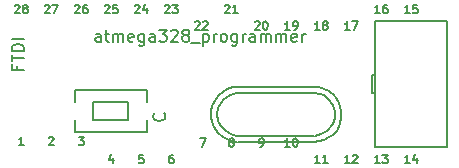
<source format=gto>
G04 #@! TF.FileFunction,Legend,Top*
%FSLAX46Y46*%
G04 Gerber Fmt 4.6, Leading zero omitted, Abs format (unit mm)*
G04 Created by KiCad (PCBNEW 4.0.0-rc2-stable) date Tue 17 Nov 2015 14:10:44 GMT*
%MOMM*%
G01*
G04 APERTURE LIST*
%ADD10C,0.100000*%
%ADD11C,0.150000*%
G04 APERTURE END LIST*
D10*
D11*
X150241000Y-108442760D02*
X150040340Y-108041440D01*
X150040340Y-108041440D02*
X149938740Y-107442000D01*
X149938740Y-107442000D02*
X150040340Y-106941620D01*
X150040340Y-106941620D02*
X150439120Y-106243120D01*
X150439120Y-106243120D02*
X151041100Y-105841800D01*
X151041100Y-105841800D02*
X151640540Y-105641140D01*
X151640540Y-105641140D02*
X158239460Y-105641140D01*
X158239460Y-105641140D02*
X158940500Y-105841800D01*
X158940500Y-105841800D02*
X159339280Y-106141520D01*
X159339280Y-106141520D02*
X159740600Y-106641900D01*
X159740600Y-106641900D02*
X159941260Y-107241340D01*
X159941260Y-107241340D02*
X159941260Y-107741720D01*
X159941260Y-107741720D02*
X159740600Y-108242100D01*
X159740600Y-108242100D02*
X159240220Y-108841540D01*
X159240220Y-108841540D02*
X158739840Y-109141260D01*
X158739840Y-109141260D02*
X158239460Y-109242860D01*
X158140400Y-109242860D02*
X151538940Y-109242860D01*
X151538940Y-109242860D02*
X151140160Y-109141260D01*
X151140160Y-109141260D02*
X150639780Y-108841540D01*
X150639780Y-108841540D02*
X150139400Y-108341160D01*
X158130240Y-109771180D02*
X158589980Y-109722920D01*
X158589980Y-109722920D02*
X158988760Y-109611160D01*
X158988760Y-109611160D02*
X159420560Y-109392720D01*
X159420560Y-109392720D02*
X159710120Y-109161580D01*
X159710120Y-109161580D02*
X160040320Y-108811060D01*
X160040320Y-108811060D02*
X160329880Y-108272580D01*
X160329880Y-108272580D02*
X160459420Y-107673140D01*
X160459420Y-107673140D02*
X160459420Y-107162600D01*
X160459420Y-107162600D02*
X160289240Y-106461560D01*
X160289240Y-106461560D02*
X159890460Y-105872280D01*
X159890460Y-105872280D02*
X159430720Y-105501440D01*
X159430720Y-105501440D02*
X159009080Y-105293160D01*
X159009080Y-105293160D02*
X158559500Y-105133140D01*
X158559500Y-105133140D02*
X158120080Y-105102660D01*
X150779480Y-105321100D02*
X150401020Y-105542080D01*
X150401020Y-105542080D02*
X150080980Y-105821480D01*
X150080980Y-105821480D02*
X149829520Y-106151680D01*
X149829520Y-106151680D02*
X149529800Y-106702860D01*
X149529800Y-106702860D02*
X149420580Y-107172760D01*
X149420580Y-107172760D02*
X149400260Y-107632500D01*
X149400260Y-107632500D02*
X149489160Y-108092240D01*
X149489160Y-108092240D02*
X149679660Y-108541820D01*
X149679660Y-108541820D02*
X150040340Y-109011720D01*
X150040340Y-109011720D02*
X150390860Y-109331760D01*
X150390860Y-109331760D02*
X150779480Y-109562900D01*
X150779480Y-109562900D02*
X151208740Y-109702600D01*
X151208740Y-109702600D02*
X151650700Y-109771180D01*
X158140400Y-105112820D02*
X151688800Y-105112820D01*
X151688800Y-105112820D02*
X151269700Y-105150920D01*
X151269700Y-105150920D02*
X150779480Y-105321100D01*
X158140400Y-109771180D02*
X151688800Y-109771180D01*
X163322000Y-110236000D02*
X163322000Y-99568000D01*
X169418000Y-99568000D02*
X169418000Y-110236000D01*
X169418000Y-110236000D02*
X163322000Y-110236000D01*
X169418000Y-99568000D02*
X163322000Y-99568000D01*
X163322000Y-104140000D02*
X163068000Y-104140000D01*
X163068000Y-104140000D02*
X163068000Y-105664000D01*
X163068000Y-105664000D02*
X163322000Y-105664000D01*
X139446000Y-107950000D02*
X142367000Y-107950000D01*
X139446000Y-106426000D02*
X142367000Y-106426000D01*
X142367000Y-106426000D02*
X142367000Y-107950000D01*
X139446000Y-107950000D02*
X139446000Y-106426000D01*
X137922000Y-107950000D02*
X137922000Y-108966000D01*
X137922000Y-108966000D02*
X144018000Y-108966000D01*
X144018000Y-108966000D02*
X144018000Y-107950000D01*
X137922000Y-105410000D02*
X137922000Y-106426000D01*
X137922000Y-105410000D02*
X144018000Y-105410000D01*
X144018000Y-105410000D02*
X144018000Y-106426000D01*
X133024571Y-103338190D02*
X133024571Y-103671524D01*
X133548381Y-103671524D02*
X132548381Y-103671524D01*
X132548381Y-103195333D01*
X132548381Y-102957238D02*
X132548381Y-102385809D01*
X133548381Y-102671524D02*
X132548381Y-102671524D01*
X133548381Y-102052476D02*
X132548381Y-102052476D01*
X132548381Y-101814381D01*
X132596000Y-101671523D01*
X132691238Y-101576285D01*
X132786476Y-101528666D01*
X132976952Y-101481047D01*
X133119810Y-101481047D01*
X133310286Y-101528666D01*
X133405524Y-101576285D01*
X133500762Y-101671523D01*
X133548381Y-101814381D01*
X133548381Y-102052476D01*
X133548381Y-101052476D02*
X132548381Y-101052476D01*
X140082047Y-101290381D02*
X140082047Y-100766571D01*
X140034428Y-100671333D01*
X139939190Y-100623714D01*
X139748713Y-100623714D01*
X139653475Y-100671333D01*
X140082047Y-101242762D02*
X139986809Y-101290381D01*
X139748713Y-101290381D01*
X139653475Y-101242762D01*
X139605856Y-101147524D01*
X139605856Y-101052286D01*
X139653475Y-100957048D01*
X139748713Y-100909429D01*
X139986809Y-100909429D01*
X140082047Y-100861810D01*
X140415380Y-100623714D02*
X140796332Y-100623714D01*
X140558237Y-100290381D02*
X140558237Y-101147524D01*
X140605856Y-101242762D01*
X140701094Y-101290381D01*
X140796332Y-101290381D01*
X141129666Y-101290381D02*
X141129666Y-100623714D01*
X141129666Y-100718952D02*
X141177285Y-100671333D01*
X141272523Y-100623714D01*
X141415381Y-100623714D01*
X141510619Y-100671333D01*
X141558238Y-100766571D01*
X141558238Y-101290381D01*
X141558238Y-100766571D02*
X141605857Y-100671333D01*
X141701095Y-100623714D01*
X141843952Y-100623714D01*
X141939190Y-100671333D01*
X141986809Y-100766571D01*
X141986809Y-101290381D01*
X142843952Y-101242762D02*
X142748714Y-101290381D01*
X142558237Y-101290381D01*
X142462999Y-101242762D01*
X142415380Y-101147524D01*
X142415380Y-100766571D01*
X142462999Y-100671333D01*
X142558237Y-100623714D01*
X142748714Y-100623714D01*
X142843952Y-100671333D01*
X142891571Y-100766571D01*
X142891571Y-100861810D01*
X142415380Y-100957048D01*
X143748714Y-100623714D02*
X143748714Y-101433238D01*
X143701095Y-101528476D01*
X143653476Y-101576095D01*
X143558237Y-101623714D01*
X143415380Y-101623714D01*
X143320142Y-101576095D01*
X143748714Y-101242762D02*
X143653476Y-101290381D01*
X143462999Y-101290381D01*
X143367761Y-101242762D01*
X143320142Y-101195143D01*
X143272523Y-101099905D01*
X143272523Y-100814190D01*
X143320142Y-100718952D01*
X143367761Y-100671333D01*
X143462999Y-100623714D01*
X143653476Y-100623714D01*
X143748714Y-100671333D01*
X144653476Y-101290381D02*
X144653476Y-100766571D01*
X144605857Y-100671333D01*
X144510619Y-100623714D01*
X144320142Y-100623714D01*
X144224904Y-100671333D01*
X144653476Y-101242762D02*
X144558238Y-101290381D01*
X144320142Y-101290381D01*
X144224904Y-101242762D01*
X144177285Y-101147524D01*
X144177285Y-101052286D01*
X144224904Y-100957048D01*
X144320142Y-100909429D01*
X144558238Y-100909429D01*
X144653476Y-100861810D01*
X145034428Y-100290381D02*
X145653476Y-100290381D01*
X145320142Y-100671333D01*
X145463000Y-100671333D01*
X145558238Y-100718952D01*
X145605857Y-100766571D01*
X145653476Y-100861810D01*
X145653476Y-101099905D01*
X145605857Y-101195143D01*
X145558238Y-101242762D01*
X145463000Y-101290381D01*
X145177285Y-101290381D01*
X145082047Y-101242762D01*
X145034428Y-101195143D01*
X146034428Y-100385619D02*
X146082047Y-100338000D01*
X146177285Y-100290381D01*
X146415381Y-100290381D01*
X146510619Y-100338000D01*
X146558238Y-100385619D01*
X146605857Y-100480857D01*
X146605857Y-100576095D01*
X146558238Y-100718952D01*
X145986809Y-101290381D01*
X146605857Y-101290381D01*
X147177285Y-100718952D02*
X147082047Y-100671333D01*
X147034428Y-100623714D01*
X146986809Y-100528476D01*
X146986809Y-100480857D01*
X147034428Y-100385619D01*
X147082047Y-100338000D01*
X147177285Y-100290381D01*
X147367762Y-100290381D01*
X147463000Y-100338000D01*
X147510619Y-100385619D01*
X147558238Y-100480857D01*
X147558238Y-100528476D01*
X147510619Y-100623714D01*
X147463000Y-100671333D01*
X147367762Y-100718952D01*
X147177285Y-100718952D01*
X147082047Y-100766571D01*
X147034428Y-100814190D01*
X146986809Y-100909429D01*
X146986809Y-101099905D01*
X147034428Y-101195143D01*
X147082047Y-101242762D01*
X147177285Y-101290381D01*
X147367762Y-101290381D01*
X147463000Y-101242762D01*
X147510619Y-101195143D01*
X147558238Y-101099905D01*
X147558238Y-100909429D01*
X147510619Y-100814190D01*
X147463000Y-100766571D01*
X147367762Y-100718952D01*
X147748714Y-101385619D02*
X148510619Y-101385619D01*
X148748714Y-100623714D02*
X148748714Y-101623714D01*
X148748714Y-100671333D02*
X148843952Y-100623714D01*
X149034429Y-100623714D01*
X149129667Y-100671333D01*
X149177286Y-100718952D01*
X149224905Y-100814190D01*
X149224905Y-101099905D01*
X149177286Y-101195143D01*
X149129667Y-101242762D01*
X149034429Y-101290381D01*
X148843952Y-101290381D01*
X148748714Y-101242762D01*
X149653476Y-101290381D02*
X149653476Y-100623714D01*
X149653476Y-100814190D02*
X149701095Y-100718952D01*
X149748714Y-100671333D01*
X149843952Y-100623714D01*
X149939191Y-100623714D01*
X150415381Y-101290381D02*
X150320143Y-101242762D01*
X150272524Y-101195143D01*
X150224905Y-101099905D01*
X150224905Y-100814190D01*
X150272524Y-100718952D01*
X150320143Y-100671333D01*
X150415381Y-100623714D01*
X150558239Y-100623714D01*
X150653477Y-100671333D01*
X150701096Y-100718952D01*
X150748715Y-100814190D01*
X150748715Y-101099905D01*
X150701096Y-101195143D01*
X150653477Y-101242762D01*
X150558239Y-101290381D01*
X150415381Y-101290381D01*
X151605858Y-100623714D02*
X151605858Y-101433238D01*
X151558239Y-101528476D01*
X151510620Y-101576095D01*
X151415381Y-101623714D01*
X151272524Y-101623714D01*
X151177286Y-101576095D01*
X151605858Y-101242762D02*
X151510620Y-101290381D01*
X151320143Y-101290381D01*
X151224905Y-101242762D01*
X151177286Y-101195143D01*
X151129667Y-101099905D01*
X151129667Y-100814190D01*
X151177286Y-100718952D01*
X151224905Y-100671333D01*
X151320143Y-100623714D01*
X151510620Y-100623714D01*
X151605858Y-100671333D01*
X152082048Y-101290381D02*
X152082048Y-100623714D01*
X152082048Y-100814190D02*
X152129667Y-100718952D01*
X152177286Y-100671333D01*
X152272524Y-100623714D01*
X152367763Y-100623714D01*
X153129668Y-101290381D02*
X153129668Y-100766571D01*
X153082049Y-100671333D01*
X152986811Y-100623714D01*
X152796334Y-100623714D01*
X152701096Y-100671333D01*
X153129668Y-101242762D02*
X153034430Y-101290381D01*
X152796334Y-101290381D01*
X152701096Y-101242762D01*
X152653477Y-101147524D01*
X152653477Y-101052286D01*
X152701096Y-100957048D01*
X152796334Y-100909429D01*
X153034430Y-100909429D01*
X153129668Y-100861810D01*
X153605858Y-101290381D02*
X153605858Y-100623714D01*
X153605858Y-100718952D02*
X153653477Y-100671333D01*
X153748715Y-100623714D01*
X153891573Y-100623714D01*
X153986811Y-100671333D01*
X154034430Y-100766571D01*
X154034430Y-101290381D01*
X154034430Y-100766571D02*
X154082049Y-100671333D01*
X154177287Y-100623714D01*
X154320144Y-100623714D01*
X154415382Y-100671333D01*
X154463001Y-100766571D01*
X154463001Y-101290381D01*
X154939191Y-101290381D02*
X154939191Y-100623714D01*
X154939191Y-100718952D02*
X154986810Y-100671333D01*
X155082048Y-100623714D01*
X155224906Y-100623714D01*
X155320144Y-100671333D01*
X155367763Y-100766571D01*
X155367763Y-101290381D01*
X155367763Y-100766571D02*
X155415382Y-100671333D01*
X155510620Y-100623714D01*
X155653477Y-100623714D01*
X155748715Y-100671333D01*
X155796334Y-100766571D01*
X155796334Y-101290381D01*
X156653477Y-101242762D02*
X156558239Y-101290381D01*
X156367762Y-101290381D01*
X156272524Y-101242762D01*
X156224905Y-101147524D01*
X156224905Y-100766571D01*
X156272524Y-100671333D01*
X156367762Y-100623714D01*
X156558239Y-100623714D01*
X156653477Y-100671333D01*
X156701096Y-100766571D01*
X156701096Y-100861810D01*
X156224905Y-100957048D01*
X157129667Y-101290381D02*
X157129667Y-100623714D01*
X157129667Y-100814190D02*
X157177286Y-100718952D01*
X157224905Y-100671333D01*
X157320143Y-100623714D01*
X157415382Y-100623714D01*
X132816666Y-98235333D02*
X132850000Y-98202000D01*
X132916666Y-98168667D01*
X133083333Y-98168667D01*
X133150000Y-98202000D01*
X133183333Y-98235333D01*
X133216666Y-98302000D01*
X133216666Y-98368667D01*
X133183333Y-98468667D01*
X132783333Y-98868667D01*
X133216666Y-98868667D01*
X133616667Y-98468667D02*
X133550000Y-98435333D01*
X133516667Y-98402000D01*
X133483333Y-98335333D01*
X133483333Y-98302000D01*
X133516667Y-98235333D01*
X133550000Y-98202000D01*
X133616667Y-98168667D01*
X133750000Y-98168667D01*
X133816667Y-98202000D01*
X133850000Y-98235333D01*
X133883333Y-98302000D01*
X133883333Y-98335333D01*
X133850000Y-98402000D01*
X133816667Y-98435333D01*
X133750000Y-98468667D01*
X133616667Y-98468667D01*
X133550000Y-98502000D01*
X133516667Y-98535333D01*
X133483333Y-98602000D01*
X133483333Y-98735333D01*
X133516667Y-98802000D01*
X133550000Y-98835333D01*
X133616667Y-98868667D01*
X133750000Y-98868667D01*
X133816667Y-98835333D01*
X133850000Y-98802000D01*
X133883333Y-98735333D01*
X133883333Y-98602000D01*
X133850000Y-98535333D01*
X133816667Y-98502000D01*
X133750000Y-98468667D01*
X135356666Y-98235333D02*
X135390000Y-98202000D01*
X135456666Y-98168667D01*
X135623333Y-98168667D01*
X135690000Y-98202000D01*
X135723333Y-98235333D01*
X135756666Y-98302000D01*
X135756666Y-98368667D01*
X135723333Y-98468667D01*
X135323333Y-98868667D01*
X135756666Y-98868667D01*
X135990000Y-98168667D02*
X136456667Y-98168667D01*
X136156667Y-98868667D01*
X137896666Y-98235333D02*
X137930000Y-98202000D01*
X137996666Y-98168667D01*
X138163333Y-98168667D01*
X138230000Y-98202000D01*
X138263333Y-98235333D01*
X138296666Y-98302000D01*
X138296666Y-98368667D01*
X138263333Y-98468667D01*
X137863333Y-98868667D01*
X138296666Y-98868667D01*
X138896667Y-98168667D02*
X138763333Y-98168667D01*
X138696667Y-98202000D01*
X138663333Y-98235333D01*
X138596667Y-98335333D01*
X138563333Y-98468667D01*
X138563333Y-98735333D01*
X138596667Y-98802000D01*
X138630000Y-98835333D01*
X138696667Y-98868667D01*
X138830000Y-98868667D01*
X138896667Y-98835333D01*
X138930000Y-98802000D01*
X138963333Y-98735333D01*
X138963333Y-98568667D01*
X138930000Y-98502000D01*
X138896667Y-98468667D01*
X138830000Y-98435333D01*
X138696667Y-98435333D01*
X138630000Y-98468667D01*
X138596667Y-98502000D01*
X138563333Y-98568667D01*
X140436666Y-98235333D02*
X140470000Y-98202000D01*
X140536666Y-98168667D01*
X140703333Y-98168667D01*
X140770000Y-98202000D01*
X140803333Y-98235333D01*
X140836666Y-98302000D01*
X140836666Y-98368667D01*
X140803333Y-98468667D01*
X140403333Y-98868667D01*
X140836666Y-98868667D01*
X141470000Y-98168667D02*
X141136667Y-98168667D01*
X141103333Y-98502000D01*
X141136667Y-98468667D01*
X141203333Y-98435333D01*
X141370000Y-98435333D01*
X141436667Y-98468667D01*
X141470000Y-98502000D01*
X141503333Y-98568667D01*
X141503333Y-98735333D01*
X141470000Y-98802000D01*
X141436667Y-98835333D01*
X141370000Y-98868667D01*
X141203333Y-98868667D01*
X141136667Y-98835333D01*
X141103333Y-98802000D01*
X142976666Y-98235333D02*
X143010000Y-98202000D01*
X143076666Y-98168667D01*
X143243333Y-98168667D01*
X143310000Y-98202000D01*
X143343333Y-98235333D01*
X143376666Y-98302000D01*
X143376666Y-98368667D01*
X143343333Y-98468667D01*
X142943333Y-98868667D01*
X143376666Y-98868667D01*
X143976667Y-98402000D02*
X143976667Y-98868667D01*
X143810000Y-98135333D02*
X143643333Y-98635333D01*
X144076667Y-98635333D01*
X145516666Y-98235333D02*
X145550000Y-98202000D01*
X145616666Y-98168667D01*
X145783333Y-98168667D01*
X145850000Y-98202000D01*
X145883333Y-98235333D01*
X145916666Y-98302000D01*
X145916666Y-98368667D01*
X145883333Y-98468667D01*
X145483333Y-98868667D01*
X145916666Y-98868667D01*
X146150000Y-98168667D02*
X146583333Y-98168667D01*
X146350000Y-98435333D01*
X146450000Y-98435333D01*
X146516667Y-98468667D01*
X146550000Y-98502000D01*
X146583333Y-98568667D01*
X146583333Y-98735333D01*
X146550000Y-98802000D01*
X146516667Y-98835333D01*
X146450000Y-98868667D01*
X146250000Y-98868667D01*
X146183333Y-98835333D01*
X146150000Y-98802000D01*
X148056666Y-99632333D02*
X148090000Y-99599000D01*
X148156666Y-99565667D01*
X148323333Y-99565667D01*
X148390000Y-99599000D01*
X148423333Y-99632333D01*
X148456666Y-99699000D01*
X148456666Y-99765667D01*
X148423333Y-99865667D01*
X148023333Y-100265667D01*
X148456666Y-100265667D01*
X148723333Y-99632333D02*
X148756667Y-99599000D01*
X148823333Y-99565667D01*
X148990000Y-99565667D01*
X149056667Y-99599000D01*
X149090000Y-99632333D01*
X149123333Y-99699000D01*
X149123333Y-99765667D01*
X149090000Y-99865667D01*
X148690000Y-100265667D01*
X149123333Y-100265667D01*
X150596666Y-98235333D02*
X150630000Y-98202000D01*
X150696666Y-98168667D01*
X150863333Y-98168667D01*
X150930000Y-98202000D01*
X150963333Y-98235333D01*
X150996666Y-98302000D01*
X150996666Y-98368667D01*
X150963333Y-98468667D01*
X150563333Y-98868667D01*
X150996666Y-98868667D01*
X151663333Y-98868667D02*
X151263333Y-98868667D01*
X151463333Y-98868667D02*
X151463333Y-98168667D01*
X151396667Y-98268667D01*
X151330000Y-98335333D01*
X151263333Y-98368667D01*
X153136666Y-99632333D02*
X153170000Y-99599000D01*
X153236666Y-99565667D01*
X153403333Y-99565667D01*
X153470000Y-99599000D01*
X153503333Y-99632333D01*
X153536666Y-99699000D01*
X153536666Y-99765667D01*
X153503333Y-99865667D01*
X153103333Y-100265667D01*
X153536666Y-100265667D01*
X153970000Y-99565667D02*
X154036667Y-99565667D01*
X154103333Y-99599000D01*
X154136667Y-99632333D01*
X154170000Y-99699000D01*
X154203333Y-99832333D01*
X154203333Y-99999000D01*
X154170000Y-100132333D01*
X154136667Y-100199000D01*
X154103333Y-100232333D01*
X154036667Y-100265667D01*
X153970000Y-100265667D01*
X153903333Y-100232333D01*
X153870000Y-100199000D01*
X153836667Y-100132333D01*
X153803333Y-99999000D01*
X153803333Y-99832333D01*
X153836667Y-99699000D01*
X153870000Y-99632333D01*
X153903333Y-99599000D01*
X153970000Y-99565667D01*
X156076666Y-100265667D02*
X155676666Y-100265667D01*
X155876666Y-100265667D02*
X155876666Y-99565667D01*
X155810000Y-99665667D01*
X155743333Y-99732333D01*
X155676666Y-99765667D01*
X156410000Y-100265667D02*
X156543333Y-100265667D01*
X156610000Y-100232333D01*
X156643333Y-100199000D01*
X156710000Y-100099000D01*
X156743333Y-99965667D01*
X156743333Y-99699000D01*
X156710000Y-99632333D01*
X156676667Y-99599000D01*
X156610000Y-99565667D01*
X156476667Y-99565667D01*
X156410000Y-99599000D01*
X156376667Y-99632333D01*
X156343333Y-99699000D01*
X156343333Y-99865667D01*
X156376667Y-99932333D01*
X156410000Y-99965667D01*
X156476667Y-99999000D01*
X156610000Y-99999000D01*
X156676667Y-99965667D01*
X156710000Y-99932333D01*
X156743333Y-99865667D01*
X158616666Y-100265667D02*
X158216666Y-100265667D01*
X158416666Y-100265667D02*
X158416666Y-99565667D01*
X158350000Y-99665667D01*
X158283333Y-99732333D01*
X158216666Y-99765667D01*
X159016667Y-99865667D02*
X158950000Y-99832333D01*
X158916667Y-99799000D01*
X158883333Y-99732333D01*
X158883333Y-99699000D01*
X158916667Y-99632333D01*
X158950000Y-99599000D01*
X159016667Y-99565667D01*
X159150000Y-99565667D01*
X159216667Y-99599000D01*
X159250000Y-99632333D01*
X159283333Y-99699000D01*
X159283333Y-99732333D01*
X159250000Y-99799000D01*
X159216667Y-99832333D01*
X159150000Y-99865667D01*
X159016667Y-99865667D01*
X158950000Y-99899000D01*
X158916667Y-99932333D01*
X158883333Y-99999000D01*
X158883333Y-100132333D01*
X158916667Y-100199000D01*
X158950000Y-100232333D01*
X159016667Y-100265667D01*
X159150000Y-100265667D01*
X159216667Y-100232333D01*
X159250000Y-100199000D01*
X159283333Y-100132333D01*
X159283333Y-99999000D01*
X159250000Y-99932333D01*
X159216667Y-99899000D01*
X159150000Y-99865667D01*
X161156666Y-100265667D02*
X160756666Y-100265667D01*
X160956666Y-100265667D02*
X160956666Y-99565667D01*
X160890000Y-99665667D01*
X160823333Y-99732333D01*
X160756666Y-99765667D01*
X161390000Y-99565667D02*
X161856667Y-99565667D01*
X161556667Y-100265667D01*
X163696666Y-98868667D02*
X163296666Y-98868667D01*
X163496666Y-98868667D02*
X163496666Y-98168667D01*
X163430000Y-98268667D01*
X163363333Y-98335333D01*
X163296666Y-98368667D01*
X164296667Y-98168667D02*
X164163333Y-98168667D01*
X164096667Y-98202000D01*
X164063333Y-98235333D01*
X163996667Y-98335333D01*
X163963333Y-98468667D01*
X163963333Y-98735333D01*
X163996667Y-98802000D01*
X164030000Y-98835333D01*
X164096667Y-98868667D01*
X164230000Y-98868667D01*
X164296667Y-98835333D01*
X164330000Y-98802000D01*
X164363333Y-98735333D01*
X164363333Y-98568667D01*
X164330000Y-98502000D01*
X164296667Y-98468667D01*
X164230000Y-98435333D01*
X164096667Y-98435333D01*
X164030000Y-98468667D01*
X163996667Y-98502000D01*
X163963333Y-98568667D01*
X166236666Y-98868667D02*
X165836666Y-98868667D01*
X166036666Y-98868667D02*
X166036666Y-98168667D01*
X165970000Y-98268667D01*
X165903333Y-98335333D01*
X165836666Y-98368667D01*
X166870000Y-98168667D02*
X166536667Y-98168667D01*
X166503333Y-98502000D01*
X166536667Y-98468667D01*
X166603333Y-98435333D01*
X166770000Y-98435333D01*
X166836667Y-98468667D01*
X166870000Y-98502000D01*
X166903333Y-98568667D01*
X166903333Y-98735333D01*
X166870000Y-98802000D01*
X166836667Y-98835333D01*
X166770000Y-98868667D01*
X166603333Y-98868667D01*
X166536667Y-98835333D01*
X166503333Y-98802000D01*
X166236666Y-111568667D02*
X165836666Y-111568667D01*
X166036666Y-111568667D02*
X166036666Y-110868667D01*
X165970000Y-110968667D01*
X165903333Y-111035333D01*
X165836666Y-111068667D01*
X166836667Y-111102000D02*
X166836667Y-111568667D01*
X166670000Y-110835333D02*
X166503333Y-111335333D01*
X166936667Y-111335333D01*
X163696666Y-111568667D02*
X163296666Y-111568667D01*
X163496666Y-111568667D02*
X163496666Y-110868667D01*
X163430000Y-110968667D01*
X163363333Y-111035333D01*
X163296666Y-111068667D01*
X163930000Y-110868667D02*
X164363333Y-110868667D01*
X164130000Y-111135333D01*
X164230000Y-111135333D01*
X164296667Y-111168667D01*
X164330000Y-111202000D01*
X164363333Y-111268667D01*
X164363333Y-111435333D01*
X164330000Y-111502000D01*
X164296667Y-111535333D01*
X164230000Y-111568667D01*
X164030000Y-111568667D01*
X163963333Y-111535333D01*
X163930000Y-111502000D01*
X161156666Y-111568667D02*
X160756666Y-111568667D01*
X160956666Y-111568667D02*
X160956666Y-110868667D01*
X160890000Y-110968667D01*
X160823333Y-111035333D01*
X160756666Y-111068667D01*
X161423333Y-110935333D02*
X161456667Y-110902000D01*
X161523333Y-110868667D01*
X161690000Y-110868667D01*
X161756667Y-110902000D01*
X161790000Y-110935333D01*
X161823333Y-111002000D01*
X161823333Y-111068667D01*
X161790000Y-111168667D01*
X161390000Y-111568667D01*
X161823333Y-111568667D01*
X158616666Y-111568667D02*
X158216666Y-111568667D01*
X158416666Y-111568667D02*
X158416666Y-110868667D01*
X158350000Y-110968667D01*
X158283333Y-111035333D01*
X158216666Y-111068667D01*
X159283333Y-111568667D02*
X158883333Y-111568667D01*
X159083333Y-111568667D02*
X159083333Y-110868667D01*
X159016667Y-110968667D01*
X158950000Y-111035333D01*
X158883333Y-111068667D01*
X156076666Y-110171667D02*
X155676666Y-110171667D01*
X155876666Y-110171667D02*
X155876666Y-109471667D01*
X155810000Y-109571667D01*
X155743333Y-109638333D01*
X155676666Y-109671667D01*
X156510000Y-109471667D02*
X156576667Y-109471667D01*
X156643333Y-109505000D01*
X156676667Y-109538333D01*
X156710000Y-109605000D01*
X156743333Y-109738333D01*
X156743333Y-109905000D01*
X156710000Y-110038333D01*
X156676667Y-110105000D01*
X156643333Y-110138333D01*
X156576667Y-110171667D01*
X156510000Y-110171667D01*
X156443333Y-110138333D01*
X156410000Y-110105000D01*
X156376667Y-110038333D01*
X156343333Y-109905000D01*
X156343333Y-109738333D01*
X156376667Y-109605000D01*
X156410000Y-109538333D01*
X156443333Y-109505000D01*
X156510000Y-109471667D01*
X153536667Y-110171667D02*
X153670000Y-110171667D01*
X153736667Y-110138333D01*
X153770000Y-110105000D01*
X153836667Y-110005000D01*
X153870000Y-109871667D01*
X153870000Y-109605000D01*
X153836667Y-109538333D01*
X153803334Y-109505000D01*
X153736667Y-109471667D01*
X153603334Y-109471667D01*
X153536667Y-109505000D01*
X153503334Y-109538333D01*
X153470000Y-109605000D01*
X153470000Y-109771667D01*
X153503334Y-109838333D01*
X153536667Y-109871667D01*
X153603334Y-109905000D01*
X153736667Y-109905000D01*
X153803334Y-109871667D01*
X153836667Y-109838333D01*
X153870000Y-109771667D01*
X146183334Y-110868667D02*
X146050000Y-110868667D01*
X145983334Y-110902000D01*
X145950000Y-110935333D01*
X145883334Y-111035333D01*
X145850000Y-111168667D01*
X145850000Y-111435333D01*
X145883334Y-111502000D01*
X145916667Y-111535333D01*
X145983334Y-111568667D01*
X146116667Y-111568667D01*
X146183334Y-111535333D01*
X146216667Y-111502000D01*
X146250000Y-111435333D01*
X146250000Y-111268667D01*
X146216667Y-111202000D01*
X146183334Y-111168667D01*
X146116667Y-111135333D01*
X145983334Y-111135333D01*
X145916667Y-111168667D01*
X145883334Y-111202000D01*
X145850000Y-111268667D01*
X143676667Y-110868667D02*
X143343334Y-110868667D01*
X143310000Y-111202000D01*
X143343334Y-111168667D01*
X143410000Y-111135333D01*
X143576667Y-111135333D01*
X143643334Y-111168667D01*
X143676667Y-111202000D01*
X143710000Y-111268667D01*
X143710000Y-111435333D01*
X143676667Y-111502000D01*
X143643334Y-111535333D01*
X143576667Y-111568667D01*
X143410000Y-111568667D01*
X143343334Y-111535333D01*
X143310000Y-111502000D01*
X141103334Y-111102000D02*
X141103334Y-111568667D01*
X140936667Y-110835333D02*
X140770000Y-111335333D01*
X141203334Y-111335333D01*
X138196667Y-109344667D02*
X138630000Y-109344667D01*
X138396667Y-109611333D01*
X138496667Y-109611333D01*
X138563334Y-109644667D01*
X138596667Y-109678000D01*
X138630000Y-109744667D01*
X138630000Y-109911333D01*
X138596667Y-109978000D01*
X138563334Y-110011333D01*
X138496667Y-110044667D01*
X138296667Y-110044667D01*
X138230000Y-110011333D01*
X138196667Y-109978000D01*
X135690000Y-109411333D02*
X135723334Y-109378000D01*
X135790000Y-109344667D01*
X135956667Y-109344667D01*
X136023334Y-109378000D01*
X136056667Y-109411333D01*
X136090000Y-109478000D01*
X136090000Y-109544667D01*
X136056667Y-109644667D01*
X135656667Y-110044667D01*
X136090000Y-110044667D01*
X133550000Y-110044667D02*
X133150000Y-110044667D01*
X133350000Y-110044667D02*
X133350000Y-109344667D01*
X133283334Y-109444667D01*
X133216667Y-109511333D01*
X133150000Y-109544667D01*
X151063334Y-109771667D02*
X150996667Y-109738333D01*
X150963334Y-109705000D01*
X150930000Y-109638333D01*
X150930000Y-109605000D01*
X150963334Y-109538333D01*
X150996667Y-109505000D01*
X151063334Y-109471667D01*
X151196667Y-109471667D01*
X151263334Y-109505000D01*
X151296667Y-109538333D01*
X151330000Y-109605000D01*
X151330000Y-109638333D01*
X151296667Y-109705000D01*
X151263334Y-109738333D01*
X151196667Y-109771667D01*
X151063334Y-109771667D01*
X150996667Y-109805000D01*
X150963334Y-109838333D01*
X150930000Y-109905000D01*
X150930000Y-110038333D01*
X150963334Y-110105000D01*
X150996667Y-110138333D01*
X151063334Y-110171667D01*
X151196667Y-110171667D01*
X151263334Y-110138333D01*
X151296667Y-110105000D01*
X151330000Y-110038333D01*
X151330000Y-109905000D01*
X151296667Y-109838333D01*
X151263334Y-109805000D01*
X151196667Y-109771667D01*
X148483667Y-109471667D02*
X148950334Y-109471667D01*
X148650334Y-110171667D01*
X145431143Y-107366476D02*
X145478762Y-107414095D01*
X145526381Y-107556952D01*
X145526381Y-107652190D01*
X145478762Y-107795048D01*
X145383524Y-107890286D01*
X145288286Y-107937905D01*
X145097810Y-107985524D01*
X144954952Y-107985524D01*
X144764476Y-107937905D01*
X144669238Y-107890286D01*
X144574000Y-107795048D01*
X144526381Y-107652190D01*
X144526381Y-107556952D01*
X144574000Y-107414095D01*
X144621619Y-107366476D01*
M02*

</source>
